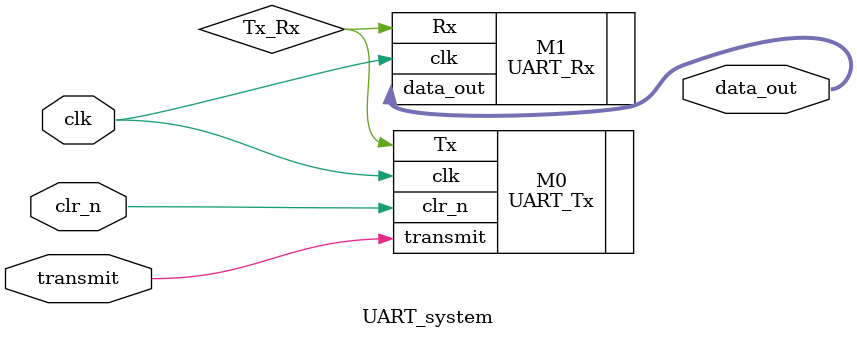
<source format=v>
module UART_system
(
	input clk, clr_n, transmit,
	output  [7 : 0] data_out
);

//Interconnects...
wire Tx_Rx, receive;

//Module instantiations...
UART_Tx M0
(
	.clk(clk),
	.clr_n(clr_n),
	.transmit(transmit),
	.Tx(Tx_Rx)
);

UART_Rx M1
(
	.clk(clk),
	.Rx(Tx_Rx),
	.data_out(data_out)
);

endmodule
</source>
